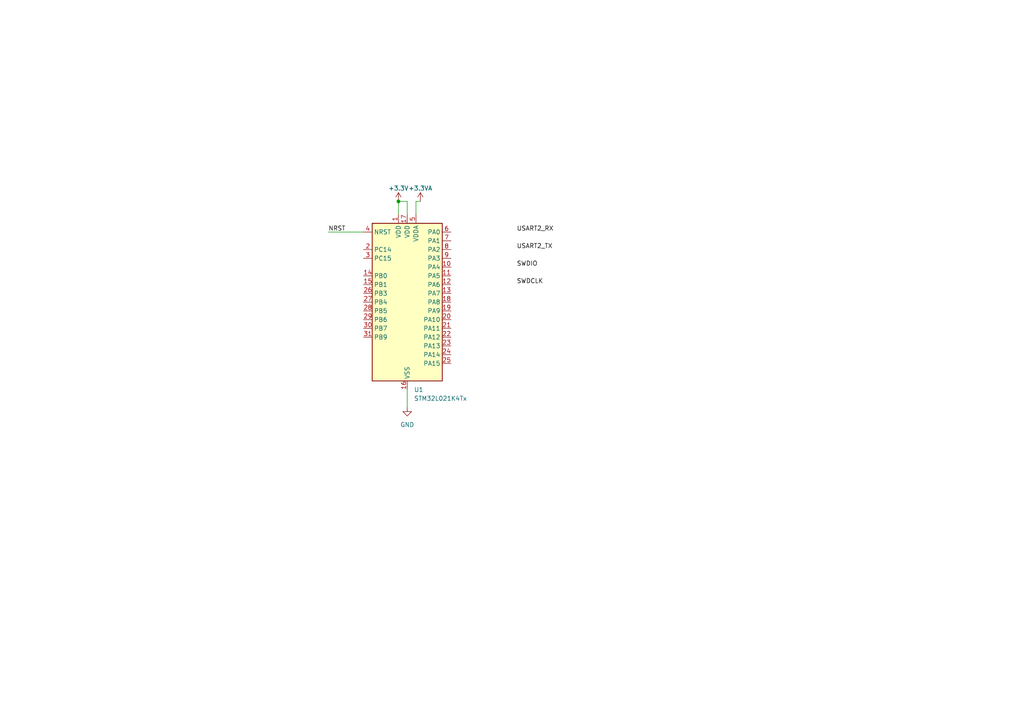
<source format=kicad_sch>
(kicad_sch (version 20230121) (generator eeschema)
  (paper "A4")
  (lib_symbols
    (symbol "MCU_ST_STM32L0:STM32L021K4Tx"
      (property "Reference" "U" (at -10.16 24.13 0))
      (property "Value" "STM32L021K4Tx" (at 5.08 24.13 0))
      (symbol "STM32L021K4Tx_0_1"
        (rectangle (start -10.16 -22.86) (end 10.16 22.86) (stroke (width 0.254)) (fill (type background)))
      )
      (symbol "STM32L021K4Tx_1_1"
        (pin power_in line (at -2.54 25.4 270) (length 2.54) (name "VDD") (number "1"))
        (pin bidirectional line (at 12.7 10.16 180) (length 2.54) (name "PA4") (number "10"))
        (pin bidirectional line (at 12.7 7.62 180) (length 2.54) (name "PA5") (number "11"))
        (pin bidirectional line (at 12.7 5.08 180) (length 2.54) (name "PA6") (number "12"))
        (pin bidirectional line (at 12.7 2.54 180) (length 2.54) (name "PA7") (number "13"))
        (pin bidirectional line (at -12.7 7.62 0) (length 2.54) (name "PB0") (number "14"))
        (pin bidirectional line (at -12.7 5.08 0) (length 2.54) (name "PB1") (number "15"))
        (pin power_in line (at 0 -25.4 90) (length 2.54) (name "VSS") (number "16"))
        (pin power_in line (at 0 25.4 270) (length 2.54) (name "VDD") (number "17"))
        (pin bidirectional line (at 12.7 0 180) (length 2.54) (name "PA8") (number "18"))
        (pin bidirectional line (at 12.7 -2.54 180) (length 2.54) (name "PA9") (number "19"))
        (pin bidirectional line (at -12.7 15.24 0) (length 2.54) (name "PC14") (number "2"))
        (pin bidirectional line (at 12.7 -5.08 180) (length 2.54) (name "PA10") (number "20"))
        (pin bidirectional line (at 12.7 -7.62 180) (length 2.54) (name "PA11") (number "21"))
        (pin bidirectional line (at 12.7 -10.16 180) (length 2.54) (name "PA12") (number "22"))
        (pin bidirectional line (at 12.7 -12.7 180) (length 2.54) (name "PA13") (number "23"))
        (pin bidirectional line (at 12.7 -15.24 180) (length 2.54) (name "PA14") (number "24"))
        (pin bidirectional line (at 12.7 -17.78 180) (length 2.54) (name "PA15") (number "25"))
        (pin bidirectional line (at -12.7 2.54 0) (length 2.54) (name "PB3") (number "26"))
        (pin bidirectional line (at -12.7 0 0) (length 2.54) (name "PB4") (number "27"))
        (pin bidirectional line (at -12.7 -2.54 0) (length 2.54) (name "PB5") (number "28"))
        (pin bidirectional line (at -12.7 -5.08 0) (length 2.54) (name "PB6") (number "29"))
        (pin bidirectional line (at -12.7 12.7 0) (length 2.54) (name "PC15") (number "3"))
        (pin bidirectional line (at -12.7 -7.62 0) (length 2.54) (name "PB7") (number "30"))
        (pin bidirectional line (at -12.7 -10.16 0) (length 2.54) (name "PB9") (number "31"))
        (pin passive line (at 0 -25.4 90) (length 2.54) hide (name "VSS") (number "32"))
        (pin input line (at -12.7 20.32 0) (length 2.54) (name "NRST") (number "4"))
        (pin power_in line (at 2.54 25.4 270) (length 2.54) (name "VDDA") (number "5"))
        (pin bidirectional line (at 12.7 20.32 180) (length 2.54) (name "PA0") (number "6"))
        (pin bidirectional line (at 12.7 17.78 180) (length 2.54) (name "PA1") (number "7"))
        (pin bidirectional line (at 12.7 15.24 180) (length 2.54) (name "PA2") (number "8"))
        (pin bidirectional line (at 12.7 12.7 180) (length 2.54) (name "PA3") (number "9"))
      )
    )
    (symbol "power:+3.3V" (power) (pin_names (offset 0))
      (property "Value" "+3.3V" (at 0 3.556 0))
      (symbol "+3.3V_0_1"
        (polyline (pts (xy -0.762 1.27) (xy 0 2.54)))
        (polyline (pts (xy 0 0) (xy 0 2.54)))
        (polyline (pts (xy 0 2.54) (xy 0.762 1.27)))
      )
      (symbol "+3.3V_1_1"
        (pin power_in line (at 0 0 90) (length 0) hide (name "+3.3V") (number "1"))
      )
    )
    (symbol "power:+3.3VA" (power) (pin_names (offset 0))
      (property "Value" "+3.3VA" (at 0 3.556 0))
      (symbol "+3.3VA_0_1"
        (polyline (pts (xy -0.762 1.27) (xy 0 2.54)))
        (polyline (pts (xy 0 0) (xy 0 2.54)))
        (polyline (pts (xy 0 2.54) (xy 0.762 1.27)))
      )
      (symbol "+3.3VA_1_1"
        (pin power_in line (at 0 0 90) (length 0) hide (name "+3.3VA") (number "1"))
      )
    )
    (symbol "power:GND" (power) (pin_names (offset 0))
      (property "Value" "GND" (at 0 -3.81 0))
      (symbol "GND_0_1"
        (polyline (pts (xy 0 0) (xy 0 -1.27) (xy 1.27 -1.27) (xy 0 -2.54) (xy -1.27 -1.27) (xy 0 -1.27)))
      )
      (symbol "GND_1_1"
        (pin power_in line (at 0 0 270) (length 0) hide (name "GND") (number "1"))
      )
    )
  )
  (junction (at 115.57 58.42))
  (wire (pts (xy 120.65 58.42) (xy 121.92 58.42)))
  (wire (pts (xy 95.25 67.31) (xy 105.41 67.31)))
  (wire (pts (xy 115.57 58.42) (xy 115.57 62.23)))
  (wire (pts (xy 118.11 58.42) (xy 115.57 58.42)))
  (wire (pts (xy 120.65 62.23) (xy 120.65 58.42)))
  (wire (pts (xy 118.11 62.23) (xy 118.11 58.42)))
  (wire (pts (xy 118.11 113.03) (xy 118.11 118.11)))
  (label "NRST" (at 95.25 67.31 0))
  (label "SWDCLK" (at 149.86 82.55 0))
  (label "SWDIO" (at 149.86 77.47 0))
  (label "USART2_TX" (at 149.86 72.39 0))
  (label "USART2_RX" (at 149.86 67.31 0))
  (symbol (lib_id "power:GND") (at 118.11 118.11 0) (unit 1)
    (property "Reference" "#PWR01" (effects hide))
    (property "Value" "GND" (at 118.11 123.19 0))
  )
  (symbol (lib_id "power:+3.3VA") (at 121.92 58.42 0) (unit 1)
    (property "Reference" "#PWR03" (effects hide))
    (property "Value" "+3.3VA" (at 121.92 54.61 0))
  )
  (symbol (lib_id "power:+3.3V") (at 115.57 58.42 0) (unit 1)
    (property "Reference" "#PWR02" (effects hide))
    (property "Value" "+3.3V" (at 115.57 54.61 0))
  )
  (symbol (lib_id "MCU_ST_STM32L0:STM32L021K4Tx") (at 118.11 87.63 0) (unit 1)
    (property "Reference" "U1" (at 120.0659 113.03 0) (effects (justify left)))
    (property "Value" "STM32L021K4Tx" (at 120.0659 115.57 0) (effects (justify left)))
    (property "Footprint" "Package_QFP:LQFP-32_7x7mm_P0.8mm" (effects hide))
    (property "Datasheet" "https://www.st.com/resource/en/datasheet/stm32l021k4.pdf" (effects hide))
  )
)
</source>
